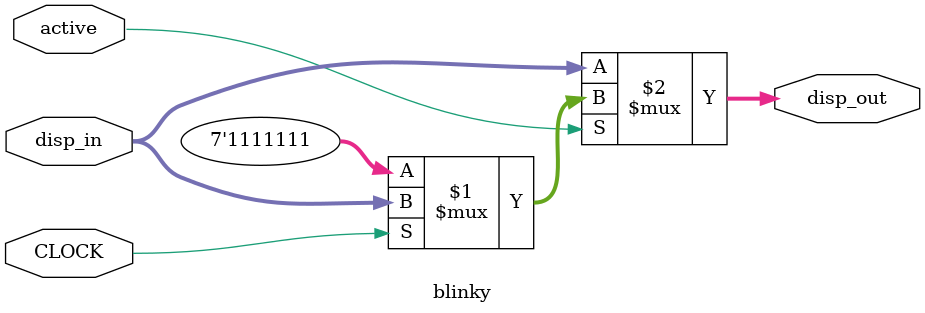
<source format=v>
`timescale 1ns / 1ps


module blinky(
    input active,
    input CLOCK,
    input [6:0] disp_in,
    output [6:0] disp_out
    );
    
   assign disp_out[6:0] = active ? CLOCK ? disp_in[6:0] : 7'b1111111 : disp_in[6:0];
    
endmodule

</source>
